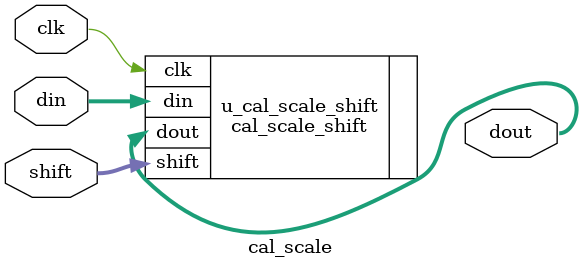
<source format=v>
module cal_scale(

	input clk,
	input signed [15:0] din,
    //input signed [15:0] scale_M0,
	input [3:0] shift,
	output signed [15:0] dout

   );
/*
wire [31:0] tmp;

	cal_scale_multi u_cal_scale_multi
	(
		.clk(clk),
		.din(din),
		.scale_M0(scale_M0),
		.dout(tmp)
	);
*/
	cal_scale_shift u_cal_scale_shift
	(
		.clk(clk),
		.din(din),
		.shift(shift),
		.dout(dout)
	);
endmodule
</source>
